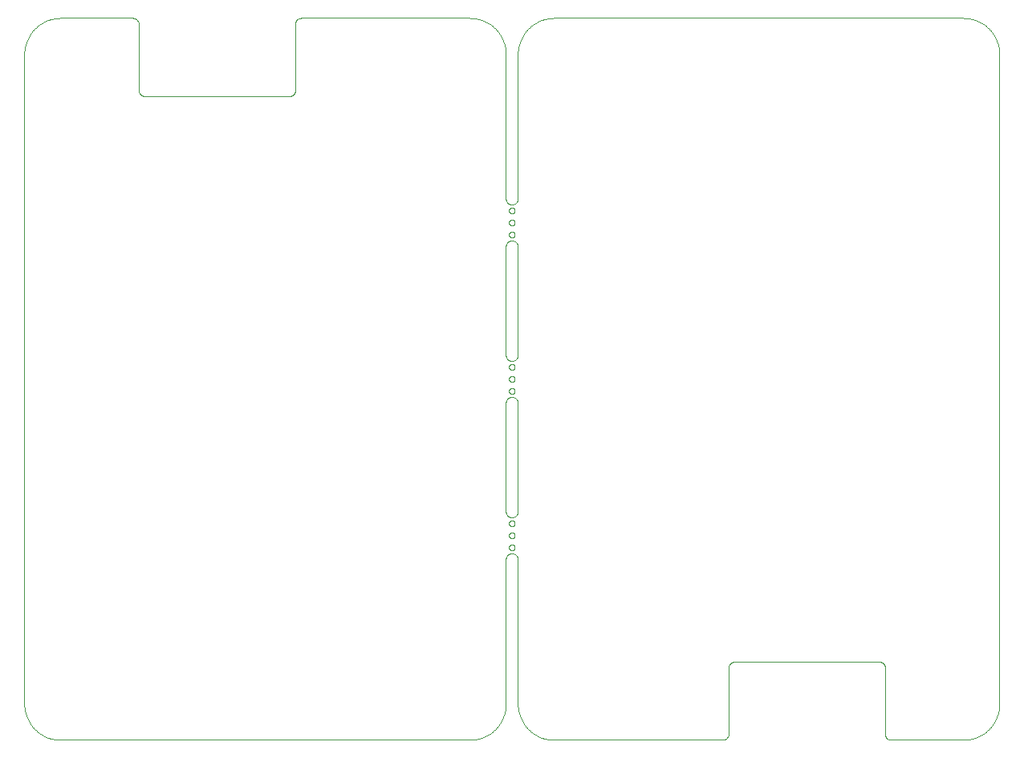
<source format=gbp>
G75*
%MOIN*%
%OFA0B0*%
%FSLAX25Y25*%
%IPPOS*%
%LPD*%
%AMOC8*
5,1,8,0,0,1.08239X$1,22.5*
%
%ADD10C,0.00000*%
D10*
X0021300Y0021600D02*
X0021300Y0291600D01*
X0021304Y0291962D01*
X0021318Y0292325D01*
X0021339Y0292687D01*
X0021370Y0293048D01*
X0021409Y0293408D01*
X0021457Y0293767D01*
X0021514Y0294125D01*
X0021579Y0294482D01*
X0021653Y0294837D01*
X0021736Y0295190D01*
X0021827Y0295541D01*
X0021926Y0295889D01*
X0022034Y0296235D01*
X0022150Y0296579D01*
X0022275Y0296919D01*
X0022407Y0297256D01*
X0022548Y0297590D01*
X0022697Y0297921D01*
X0022854Y0298248D01*
X0023018Y0298571D01*
X0023190Y0298890D01*
X0023370Y0299204D01*
X0023558Y0299515D01*
X0023753Y0299820D01*
X0023955Y0300121D01*
X0024165Y0300417D01*
X0024381Y0300707D01*
X0024605Y0300993D01*
X0024835Y0301273D01*
X0025072Y0301547D01*
X0025316Y0301815D01*
X0025566Y0302078D01*
X0025822Y0302334D01*
X0026085Y0302584D01*
X0026353Y0302828D01*
X0026627Y0303065D01*
X0026907Y0303295D01*
X0027193Y0303519D01*
X0027483Y0303735D01*
X0027779Y0303945D01*
X0028080Y0304147D01*
X0028385Y0304342D01*
X0028696Y0304530D01*
X0029010Y0304710D01*
X0029329Y0304882D01*
X0029652Y0305046D01*
X0029979Y0305203D01*
X0030310Y0305352D01*
X0030644Y0305493D01*
X0030981Y0305625D01*
X0031321Y0305750D01*
X0031665Y0305866D01*
X0032011Y0305974D01*
X0032359Y0306073D01*
X0032710Y0306164D01*
X0033063Y0306247D01*
X0033418Y0306321D01*
X0033775Y0306386D01*
X0034133Y0306443D01*
X0034492Y0306491D01*
X0034852Y0306530D01*
X0035213Y0306561D01*
X0035575Y0306582D01*
X0035938Y0306596D01*
X0036300Y0306600D01*
X0066300Y0306600D01*
X0066398Y0306598D01*
X0066496Y0306592D01*
X0066594Y0306583D01*
X0066691Y0306569D01*
X0066788Y0306552D01*
X0066884Y0306531D01*
X0066979Y0306506D01*
X0067073Y0306478D01*
X0067165Y0306445D01*
X0067257Y0306410D01*
X0067347Y0306370D01*
X0067435Y0306328D01*
X0067522Y0306281D01*
X0067606Y0306232D01*
X0067689Y0306179D01*
X0067769Y0306123D01*
X0067848Y0306063D01*
X0067924Y0306001D01*
X0067997Y0305936D01*
X0068068Y0305868D01*
X0068136Y0305797D01*
X0068201Y0305724D01*
X0068263Y0305648D01*
X0068323Y0305569D01*
X0068379Y0305489D01*
X0068432Y0305406D01*
X0068481Y0305322D01*
X0068528Y0305235D01*
X0068570Y0305147D01*
X0068610Y0305057D01*
X0068645Y0304965D01*
X0068678Y0304873D01*
X0068706Y0304779D01*
X0068731Y0304684D01*
X0068752Y0304588D01*
X0068769Y0304491D01*
X0068783Y0304394D01*
X0068792Y0304296D01*
X0068798Y0304198D01*
X0068800Y0304100D01*
X0068800Y0276600D01*
X0068802Y0276502D01*
X0068808Y0276404D01*
X0068817Y0276306D01*
X0068831Y0276209D01*
X0068848Y0276112D01*
X0068869Y0276016D01*
X0068894Y0275921D01*
X0068922Y0275827D01*
X0068955Y0275735D01*
X0068990Y0275643D01*
X0069030Y0275553D01*
X0069072Y0275465D01*
X0069119Y0275378D01*
X0069168Y0275294D01*
X0069221Y0275211D01*
X0069277Y0275131D01*
X0069337Y0275052D01*
X0069399Y0274976D01*
X0069464Y0274903D01*
X0069532Y0274832D01*
X0069603Y0274764D01*
X0069676Y0274699D01*
X0069752Y0274637D01*
X0069831Y0274577D01*
X0069911Y0274521D01*
X0069994Y0274468D01*
X0070078Y0274419D01*
X0070165Y0274372D01*
X0070253Y0274330D01*
X0070343Y0274290D01*
X0070435Y0274255D01*
X0070527Y0274222D01*
X0070621Y0274194D01*
X0070716Y0274169D01*
X0070812Y0274148D01*
X0070909Y0274131D01*
X0071006Y0274117D01*
X0071104Y0274108D01*
X0071202Y0274102D01*
X0071300Y0274100D01*
X0131300Y0274100D01*
X0131398Y0274102D01*
X0131496Y0274108D01*
X0131594Y0274117D01*
X0131691Y0274131D01*
X0131788Y0274148D01*
X0131884Y0274169D01*
X0131979Y0274194D01*
X0132073Y0274222D01*
X0132165Y0274255D01*
X0132257Y0274290D01*
X0132347Y0274330D01*
X0132435Y0274372D01*
X0132522Y0274419D01*
X0132606Y0274468D01*
X0132689Y0274521D01*
X0132769Y0274577D01*
X0132848Y0274637D01*
X0132924Y0274699D01*
X0132997Y0274764D01*
X0133068Y0274832D01*
X0133136Y0274903D01*
X0133201Y0274976D01*
X0133263Y0275052D01*
X0133323Y0275131D01*
X0133379Y0275211D01*
X0133432Y0275294D01*
X0133481Y0275378D01*
X0133528Y0275465D01*
X0133570Y0275553D01*
X0133610Y0275643D01*
X0133645Y0275735D01*
X0133678Y0275827D01*
X0133706Y0275921D01*
X0133731Y0276016D01*
X0133752Y0276112D01*
X0133769Y0276209D01*
X0133783Y0276306D01*
X0133792Y0276404D01*
X0133798Y0276502D01*
X0133800Y0276600D01*
X0133800Y0304100D01*
X0133802Y0304198D01*
X0133808Y0304296D01*
X0133817Y0304394D01*
X0133831Y0304491D01*
X0133848Y0304588D01*
X0133869Y0304684D01*
X0133894Y0304779D01*
X0133922Y0304873D01*
X0133955Y0304965D01*
X0133990Y0305057D01*
X0134030Y0305147D01*
X0134072Y0305235D01*
X0134119Y0305322D01*
X0134168Y0305406D01*
X0134221Y0305489D01*
X0134277Y0305569D01*
X0134337Y0305648D01*
X0134399Y0305724D01*
X0134464Y0305797D01*
X0134532Y0305868D01*
X0134603Y0305936D01*
X0134676Y0306001D01*
X0134752Y0306063D01*
X0134831Y0306123D01*
X0134911Y0306179D01*
X0134994Y0306232D01*
X0135078Y0306281D01*
X0135165Y0306328D01*
X0135253Y0306370D01*
X0135343Y0306410D01*
X0135435Y0306445D01*
X0135527Y0306478D01*
X0135621Y0306506D01*
X0135716Y0306531D01*
X0135812Y0306552D01*
X0135909Y0306569D01*
X0136006Y0306583D01*
X0136104Y0306592D01*
X0136202Y0306598D01*
X0136300Y0306600D01*
X0206300Y0306600D01*
X0206662Y0306596D01*
X0207025Y0306582D01*
X0207387Y0306561D01*
X0207748Y0306530D01*
X0208108Y0306491D01*
X0208467Y0306443D01*
X0208825Y0306386D01*
X0209182Y0306321D01*
X0209537Y0306247D01*
X0209890Y0306164D01*
X0210241Y0306073D01*
X0210589Y0305974D01*
X0210935Y0305866D01*
X0211279Y0305750D01*
X0211619Y0305625D01*
X0211956Y0305493D01*
X0212290Y0305352D01*
X0212621Y0305203D01*
X0212948Y0305046D01*
X0213271Y0304882D01*
X0213590Y0304710D01*
X0213904Y0304530D01*
X0214215Y0304342D01*
X0214520Y0304147D01*
X0214821Y0303945D01*
X0215117Y0303735D01*
X0215407Y0303519D01*
X0215693Y0303295D01*
X0215973Y0303065D01*
X0216247Y0302828D01*
X0216515Y0302584D01*
X0216778Y0302334D01*
X0217034Y0302078D01*
X0217284Y0301815D01*
X0217528Y0301547D01*
X0217765Y0301273D01*
X0217995Y0300993D01*
X0218219Y0300707D01*
X0218435Y0300417D01*
X0218645Y0300121D01*
X0218847Y0299820D01*
X0219042Y0299515D01*
X0219230Y0299204D01*
X0219410Y0298890D01*
X0219582Y0298571D01*
X0219746Y0298248D01*
X0219903Y0297921D01*
X0220052Y0297590D01*
X0220193Y0297256D01*
X0220325Y0296919D01*
X0220450Y0296579D01*
X0220566Y0296235D01*
X0220674Y0295889D01*
X0220773Y0295541D01*
X0220864Y0295190D01*
X0220947Y0294837D01*
X0221021Y0294482D01*
X0221086Y0294125D01*
X0221143Y0293767D01*
X0221191Y0293408D01*
X0221230Y0293048D01*
X0221261Y0292687D01*
X0221282Y0292325D01*
X0221296Y0291962D01*
X0221300Y0291600D01*
X0221300Y0231600D01*
X0221302Y0231502D01*
X0221308Y0231404D01*
X0221317Y0231306D01*
X0221331Y0231209D01*
X0221348Y0231112D01*
X0221369Y0231016D01*
X0221394Y0230921D01*
X0221422Y0230827D01*
X0221455Y0230735D01*
X0221490Y0230643D01*
X0221530Y0230553D01*
X0221572Y0230465D01*
X0221619Y0230378D01*
X0221668Y0230294D01*
X0221721Y0230211D01*
X0221777Y0230131D01*
X0221837Y0230052D01*
X0221899Y0229976D01*
X0221964Y0229903D01*
X0222032Y0229832D01*
X0222103Y0229764D01*
X0222176Y0229699D01*
X0222252Y0229637D01*
X0222331Y0229577D01*
X0222411Y0229521D01*
X0222494Y0229468D01*
X0222578Y0229419D01*
X0222665Y0229372D01*
X0222753Y0229330D01*
X0222843Y0229290D01*
X0222935Y0229255D01*
X0223027Y0229222D01*
X0223121Y0229194D01*
X0223216Y0229169D01*
X0223312Y0229148D01*
X0223409Y0229131D01*
X0223506Y0229117D01*
X0223604Y0229108D01*
X0223702Y0229102D01*
X0223800Y0229100D01*
X0223898Y0229102D01*
X0223996Y0229108D01*
X0224094Y0229117D01*
X0224191Y0229131D01*
X0224288Y0229148D01*
X0224384Y0229169D01*
X0224479Y0229194D01*
X0224573Y0229222D01*
X0224665Y0229255D01*
X0224757Y0229290D01*
X0224847Y0229330D01*
X0224935Y0229372D01*
X0225022Y0229419D01*
X0225106Y0229468D01*
X0225189Y0229521D01*
X0225269Y0229577D01*
X0225348Y0229637D01*
X0225424Y0229699D01*
X0225497Y0229764D01*
X0225568Y0229832D01*
X0225636Y0229903D01*
X0225701Y0229976D01*
X0225763Y0230052D01*
X0225823Y0230131D01*
X0225879Y0230211D01*
X0225932Y0230294D01*
X0225981Y0230378D01*
X0226028Y0230465D01*
X0226070Y0230553D01*
X0226110Y0230643D01*
X0226145Y0230735D01*
X0226178Y0230827D01*
X0226206Y0230921D01*
X0226231Y0231016D01*
X0226252Y0231112D01*
X0226269Y0231209D01*
X0226283Y0231306D01*
X0226292Y0231404D01*
X0226298Y0231502D01*
X0226300Y0231600D01*
X0226300Y0291600D01*
X0226304Y0291962D01*
X0226318Y0292325D01*
X0226339Y0292687D01*
X0226370Y0293048D01*
X0226409Y0293408D01*
X0226457Y0293767D01*
X0226514Y0294125D01*
X0226579Y0294482D01*
X0226653Y0294837D01*
X0226736Y0295190D01*
X0226827Y0295541D01*
X0226926Y0295889D01*
X0227034Y0296235D01*
X0227150Y0296579D01*
X0227275Y0296919D01*
X0227407Y0297256D01*
X0227548Y0297590D01*
X0227697Y0297921D01*
X0227854Y0298248D01*
X0228018Y0298571D01*
X0228190Y0298890D01*
X0228370Y0299204D01*
X0228558Y0299515D01*
X0228753Y0299820D01*
X0228955Y0300121D01*
X0229165Y0300417D01*
X0229381Y0300707D01*
X0229605Y0300993D01*
X0229835Y0301273D01*
X0230072Y0301547D01*
X0230316Y0301815D01*
X0230566Y0302078D01*
X0230822Y0302334D01*
X0231085Y0302584D01*
X0231353Y0302828D01*
X0231627Y0303065D01*
X0231907Y0303295D01*
X0232193Y0303519D01*
X0232483Y0303735D01*
X0232779Y0303945D01*
X0233080Y0304147D01*
X0233385Y0304342D01*
X0233696Y0304530D01*
X0234010Y0304710D01*
X0234329Y0304882D01*
X0234652Y0305046D01*
X0234979Y0305203D01*
X0235310Y0305352D01*
X0235644Y0305493D01*
X0235981Y0305625D01*
X0236321Y0305750D01*
X0236665Y0305866D01*
X0237011Y0305974D01*
X0237359Y0306073D01*
X0237710Y0306164D01*
X0238063Y0306247D01*
X0238418Y0306321D01*
X0238775Y0306386D01*
X0239133Y0306443D01*
X0239492Y0306491D01*
X0239852Y0306530D01*
X0240213Y0306561D01*
X0240575Y0306582D01*
X0240938Y0306596D01*
X0241300Y0306600D01*
X0411300Y0306600D01*
X0411662Y0306596D01*
X0412025Y0306582D01*
X0412387Y0306561D01*
X0412748Y0306530D01*
X0413108Y0306491D01*
X0413467Y0306443D01*
X0413825Y0306386D01*
X0414182Y0306321D01*
X0414537Y0306247D01*
X0414890Y0306164D01*
X0415241Y0306073D01*
X0415589Y0305974D01*
X0415935Y0305866D01*
X0416279Y0305750D01*
X0416619Y0305625D01*
X0416956Y0305493D01*
X0417290Y0305352D01*
X0417621Y0305203D01*
X0417948Y0305046D01*
X0418271Y0304882D01*
X0418590Y0304710D01*
X0418904Y0304530D01*
X0419215Y0304342D01*
X0419520Y0304147D01*
X0419821Y0303945D01*
X0420117Y0303735D01*
X0420407Y0303519D01*
X0420693Y0303295D01*
X0420973Y0303065D01*
X0421247Y0302828D01*
X0421515Y0302584D01*
X0421778Y0302334D01*
X0422034Y0302078D01*
X0422284Y0301815D01*
X0422528Y0301547D01*
X0422765Y0301273D01*
X0422995Y0300993D01*
X0423219Y0300707D01*
X0423435Y0300417D01*
X0423645Y0300121D01*
X0423847Y0299820D01*
X0424042Y0299515D01*
X0424230Y0299204D01*
X0424410Y0298890D01*
X0424582Y0298571D01*
X0424746Y0298248D01*
X0424903Y0297921D01*
X0425052Y0297590D01*
X0425193Y0297256D01*
X0425325Y0296919D01*
X0425450Y0296579D01*
X0425566Y0296235D01*
X0425674Y0295889D01*
X0425773Y0295541D01*
X0425864Y0295190D01*
X0425947Y0294837D01*
X0426021Y0294482D01*
X0426086Y0294125D01*
X0426143Y0293767D01*
X0426191Y0293408D01*
X0426230Y0293048D01*
X0426261Y0292687D01*
X0426282Y0292325D01*
X0426296Y0291962D01*
X0426300Y0291600D01*
X0426300Y0021600D01*
X0426296Y0021238D01*
X0426282Y0020875D01*
X0426261Y0020513D01*
X0426230Y0020152D01*
X0426191Y0019792D01*
X0426143Y0019433D01*
X0426086Y0019075D01*
X0426021Y0018718D01*
X0425947Y0018363D01*
X0425864Y0018010D01*
X0425773Y0017659D01*
X0425674Y0017311D01*
X0425566Y0016965D01*
X0425450Y0016621D01*
X0425325Y0016281D01*
X0425193Y0015944D01*
X0425052Y0015610D01*
X0424903Y0015279D01*
X0424746Y0014952D01*
X0424582Y0014629D01*
X0424410Y0014310D01*
X0424230Y0013996D01*
X0424042Y0013685D01*
X0423847Y0013380D01*
X0423645Y0013079D01*
X0423435Y0012783D01*
X0423219Y0012493D01*
X0422995Y0012207D01*
X0422765Y0011927D01*
X0422528Y0011653D01*
X0422284Y0011385D01*
X0422034Y0011122D01*
X0421778Y0010866D01*
X0421515Y0010616D01*
X0421247Y0010372D01*
X0420973Y0010135D01*
X0420693Y0009905D01*
X0420407Y0009681D01*
X0420117Y0009465D01*
X0419821Y0009255D01*
X0419520Y0009053D01*
X0419215Y0008858D01*
X0418904Y0008670D01*
X0418590Y0008490D01*
X0418271Y0008318D01*
X0417948Y0008154D01*
X0417621Y0007997D01*
X0417290Y0007848D01*
X0416956Y0007707D01*
X0416619Y0007575D01*
X0416279Y0007450D01*
X0415935Y0007334D01*
X0415589Y0007226D01*
X0415241Y0007127D01*
X0414890Y0007036D01*
X0414537Y0006953D01*
X0414182Y0006879D01*
X0413825Y0006814D01*
X0413467Y0006757D01*
X0413108Y0006709D01*
X0412748Y0006670D01*
X0412387Y0006639D01*
X0412025Y0006618D01*
X0411662Y0006604D01*
X0411300Y0006600D01*
X0381300Y0006600D01*
X0381202Y0006602D01*
X0381104Y0006608D01*
X0381006Y0006617D01*
X0380909Y0006631D01*
X0380812Y0006648D01*
X0380716Y0006669D01*
X0380621Y0006694D01*
X0380527Y0006722D01*
X0380435Y0006755D01*
X0380343Y0006790D01*
X0380253Y0006830D01*
X0380165Y0006872D01*
X0380078Y0006919D01*
X0379994Y0006968D01*
X0379911Y0007021D01*
X0379831Y0007077D01*
X0379752Y0007137D01*
X0379676Y0007199D01*
X0379603Y0007264D01*
X0379532Y0007332D01*
X0379464Y0007403D01*
X0379399Y0007476D01*
X0379337Y0007552D01*
X0379277Y0007631D01*
X0379221Y0007711D01*
X0379168Y0007794D01*
X0379119Y0007878D01*
X0379072Y0007965D01*
X0379030Y0008053D01*
X0378990Y0008143D01*
X0378955Y0008235D01*
X0378922Y0008327D01*
X0378894Y0008421D01*
X0378869Y0008516D01*
X0378848Y0008612D01*
X0378831Y0008709D01*
X0378817Y0008806D01*
X0378808Y0008904D01*
X0378802Y0009002D01*
X0378800Y0009100D01*
X0378800Y0036600D01*
X0378798Y0036698D01*
X0378792Y0036796D01*
X0378783Y0036894D01*
X0378769Y0036991D01*
X0378752Y0037088D01*
X0378731Y0037184D01*
X0378706Y0037279D01*
X0378678Y0037373D01*
X0378645Y0037465D01*
X0378610Y0037557D01*
X0378570Y0037647D01*
X0378528Y0037735D01*
X0378481Y0037822D01*
X0378432Y0037906D01*
X0378379Y0037989D01*
X0378323Y0038069D01*
X0378263Y0038148D01*
X0378201Y0038224D01*
X0378136Y0038297D01*
X0378068Y0038368D01*
X0377997Y0038436D01*
X0377924Y0038501D01*
X0377848Y0038563D01*
X0377769Y0038623D01*
X0377689Y0038679D01*
X0377606Y0038732D01*
X0377522Y0038781D01*
X0377435Y0038828D01*
X0377347Y0038870D01*
X0377257Y0038910D01*
X0377165Y0038945D01*
X0377073Y0038978D01*
X0376979Y0039006D01*
X0376884Y0039031D01*
X0376788Y0039052D01*
X0376691Y0039069D01*
X0376594Y0039083D01*
X0376496Y0039092D01*
X0376398Y0039098D01*
X0376300Y0039100D01*
X0316300Y0039100D01*
X0316202Y0039098D01*
X0316104Y0039092D01*
X0316006Y0039083D01*
X0315909Y0039069D01*
X0315812Y0039052D01*
X0315716Y0039031D01*
X0315621Y0039006D01*
X0315527Y0038978D01*
X0315435Y0038945D01*
X0315343Y0038910D01*
X0315253Y0038870D01*
X0315165Y0038828D01*
X0315078Y0038781D01*
X0314994Y0038732D01*
X0314911Y0038679D01*
X0314831Y0038623D01*
X0314752Y0038563D01*
X0314676Y0038501D01*
X0314603Y0038436D01*
X0314532Y0038368D01*
X0314464Y0038297D01*
X0314399Y0038224D01*
X0314337Y0038148D01*
X0314277Y0038069D01*
X0314221Y0037989D01*
X0314168Y0037906D01*
X0314119Y0037822D01*
X0314072Y0037735D01*
X0314030Y0037647D01*
X0313990Y0037557D01*
X0313955Y0037465D01*
X0313922Y0037373D01*
X0313894Y0037279D01*
X0313869Y0037184D01*
X0313848Y0037088D01*
X0313831Y0036991D01*
X0313817Y0036894D01*
X0313808Y0036796D01*
X0313802Y0036698D01*
X0313800Y0036600D01*
X0313800Y0009100D01*
X0313798Y0009002D01*
X0313792Y0008904D01*
X0313783Y0008806D01*
X0313769Y0008709D01*
X0313752Y0008612D01*
X0313731Y0008516D01*
X0313706Y0008421D01*
X0313678Y0008327D01*
X0313645Y0008235D01*
X0313610Y0008143D01*
X0313570Y0008053D01*
X0313528Y0007965D01*
X0313481Y0007878D01*
X0313432Y0007794D01*
X0313379Y0007711D01*
X0313323Y0007631D01*
X0313263Y0007552D01*
X0313201Y0007476D01*
X0313136Y0007403D01*
X0313068Y0007332D01*
X0312997Y0007264D01*
X0312924Y0007199D01*
X0312848Y0007137D01*
X0312769Y0007077D01*
X0312689Y0007021D01*
X0312606Y0006968D01*
X0312522Y0006919D01*
X0312435Y0006872D01*
X0312347Y0006830D01*
X0312257Y0006790D01*
X0312165Y0006755D01*
X0312073Y0006722D01*
X0311979Y0006694D01*
X0311884Y0006669D01*
X0311788Y0006648D01*
X0311691Y0006631D01*
X0311594Y0006617D01*
X0311496Y0006608D01*
X0311398Y0006602D01*
X0311300Y0006600D01*
X0241300Y0006600D01*
X0240938Y0006604D01*
X0240575Y0006618D01*
X0240213Y0006639D01*
X0239852Y0006670D01*
X0239492Y0006709D01*
X0239133Y0006757D01*
X0238775Y0006814D01*
X0238418Y0006879D01*
X0238063Y0006953D01*
X0237710Y0007036D01*
X0237359Y0007127D01*
X0237011Y0007226D01*
X0236665Y0007334D01*
X0236321Y0007450D01*
X0235981Y0007575D01*
X0235644Y0007707D01*
X0235310Y0007848D01*
X0234979Y0007997D01*
X0234652Y0008154D01*
X0234329Y0008318D01*
X0234010Y0008490D01*
X0233696Y0008670D01*
X0233385Y0008858D01*
X0233080Y0009053D01*
X0232779Y0009255D01*
X0232483Y0009465D01*
X0232193Y0009681D01*
X0231907Y0009905D01*
X0231627Y0010135D01*
X0231353Y0010372D01*
X0231085Y0010616D01*
X0230822Y0010866D01*
X0230566Y0011122D01*
X0230316Y0011385D01*
X0230072Y0011653D01*
X0229835Y0011927D01*
X0229605Y0012207D01*
X0229381Y0012493D01*
X0229165Y0012783D01*
X0228955Y0013079D01*
X0228753Y0013380D01*
X0228558Y0013685D01*
X0228370Y0013996D01*
X0228190Y0014310D01*
X0228018Y0014629D01*
X0227854Y0014952D01*
X0227697Y0015279D01*
X0227548Y0015610D01*
X0227407Y0015944D01*
X0227275Y0016281D01*
X0227150Y0016621D01*
X0227034Y0016965D01*
X0226926Y0017311D01*
X0226827Y0017659D01*
X0226736Y0018010D01*
X0226653Y0018363D01*
X0226579Y0018718D01*
X0226514Y0019075D01*
X0226457Y0019433D01*
X0226409Y0019792D01*
X0226370Y0020152D01*
X0226339Y0020513D01*
X0226318Y0020875D01*
X0226304Y0021238D01*
X0226300Y0021600D01*
X0226300Y0081600D01*
X0226298Y0081698D01*
X0226292Y0081796D01*
X0226283Y0081894D01*
X0226269Y0081991D01*
X0226252Y0082088D01*
X0226231Y0082184D01*
X0226206Y0082279D01*
X0226178Y0082373D01*
X0226145Y0082465D01*
X0226110Y0082557D01*
X0226070Y0082647D01*
X0226028Y0082735D01*
X0225981Y0082822D01*
X0225932Y0082906D01*
X0225879Y0082989D01*
X0225823Y0083069D01*
X0225763Y0083148D01*
X0225701Y0083224D01*
X0225636Y0083297D01*
X0225568Y0083368D01*
X0225497Y0083436D01*
X0225424Y0083501D01*
X0225348Y0083563D01*
X0225269Y0083623D01*
X0225189Y0083679D01*
X0225106Y0083732D01*
X0225022Y0083781D01*
X0224935Y0083828D01*
X0224847Y0083870D01*
X0224757Y0083910D01*
X0224665Y0083945D01*
X0224573Y0083978D01*
X0224479Y0084006D01*
X0224384Y0084031D01*
X0224288Y0084052D01*
X0224191Y0084069D01*
X0224094Y0084083D01*
X0223996Y0084092D01*
X0223898Y0084098D01*
X0223800Y0084100D01*
X0223702Y0084098D01*
X0223604Y0084092D01*
X0223506Y0084083D01*
X0223409Y0084069D01*
X0223312Y0084052D01*
X0223216Y0084031D01*
X0223121Y0084006D01*
X0223027Y0083978D01*
X0222935Y0083945D01*
X0222843Y0083910D01*
X0222753Y0083870D01*
X0222665Y0083828D01*
X0222578Y0083781D01*
X0222494Y0083732D01*
X0222411Y0083679D01*
X0222331Y0083623D01*
X0222252Y0083563D01*
X0222176Y0083501D01*
X0222103Y0083436D01*
X0222032Y0083368D01*
X0221964Y0083297D01*
X0221899Y0083224D01*
X0221837Y0083148D01*
X0221777Y0083069D01*
X0221721Y0082989D01*
X0221668Y0082906D01*
X0221619Y0082822D01*
X0221572Y0082735D01*
X0221530Y0082647D01*
X0221490Y0082557D01*
X0221455Y0082465D01*
X0221422Y0082373D01*
X0221394Y0082279D01*
X0221369Y0082184D01*
X0221348Y0082088D01*
X0221331Y0081991D01*
X0221317Y0081894D01*
X0221308Y0081796D01*
X0221302Y0081698D01*
X0221300Y0081600D01*
X0221300Y0021600D01*
X0221296Y0021238D01*
X0221282Y0020875D01*
X0221261Y0020513D01*
X0221230Y0020152D01*
X0221191Y0019792D01*
X0221143Y0019433D01*
X0221086Y0019075D01*
X0221021Y0018718D01*
X0220947Y0018363D01*
X0220864Y0018010D01*
X0220773Y0017659D01*
X0220674Y0017311D01*
X0220566Y0016965D01*
X0220450Y0016621D01*
X0220325Y0016281D01*
X0220193Y0015944D01*
X0220052Y0015610D01*
X0219903Y0015279D01*
X0219746Y0014952D01*
X0219582Y0014629D01*
X0219410Y0014310D01*
X0219230Y0013996D01*
X0219042Y0013685D01*
X0218847Y0013380D01*
X0218645Y0013079D01*
X0218435Y0012783D01*
X0218219Y0012493D01*
X0217995Y0012207D01*
X0217765Y0011927D01*
X0217528Y0011653D01*
X0217284Y0011385D01*
X0217034Y0011122D01*
X0216778Y0010866D01*
X0216515Y0010616D01*
X0216247Y0010372D01*
X0215973Y0010135D01*
X0215693Y0009905D01*
X0215407Y0009681D01*
X0215117Y0009465D01*
X0214821Y0009255D01*
X0214520Y0009053D01*
X0214215Y0008858D01*
X0213904Y0008670D01*
X0213590Y0008490D01*
X0213271Y0008318D01*
X0212948Y0008154D01*
X0212621Y0007997D01*
X0212290Y0007848D01*
X0211956Y0007707D01*
X0211619Y0007575D01*
X0211279Y0007450D01*
X0210935Y0007334D01*
X0210589Y0007226D01*
X0210241Y0007127D01*
X0209890Y0007036D01*
X0209537Y0006953D01*
X0209182Y0006879D01*
X0208825Y0006814D01*
X0208467Y0006757D01*
X0208108Y0006709D01*
X0207748Y0006670D01*
X0207387Y0006639D01*
X0207025Y0006618D01*
X0206662Y0006604D01*
X0206300Y0006600D01*
X0036300Y0006600D01*
X0035938Y0006604D01*
X0035575Y0006618D01*
X0035213Y0006639D01*
X0034852Y0006670D01*
X0034492Y0006709D01*
X0034133Y0006757D01*
X0033775Y0006814D01*
X0033418Y0006879D01*
X0033063Y0006953D01*
X0032710Y0007036D01*
X0032359Y0007127D01*
X0032011Y0007226D01*
X0031665Y0007334D01*
X0031321Y0007450D01*
X0030981Y0007575D01*
X0030644Y0007707D01*
X0030310Y0007848D01*
X0029979Y0007997D01*
X0029652Y0008154D01*
X0029329Y0008318D01*
X0029010Y0008490D01*
X0028696Y0008670D01*
X0028385Y0008858D01*
X0028080Y0009053D01*
X0027779Y0009255D01*
X0027483Y0009465D01*
X0027193Y0009681D01*
X0026907Y0009905D01*
X0026627Y0010135D01*
X0026353Y0010372D01*
X0026085Y0010616D01*
X0025822Y0010866D01*
X0025566Y0011122D01*
X0025316Y0011385D01*
X0025072Y0011653D01*
X0024835Y0011927D01*
X0024605Y0012207D01*
X0024381Y0012493D01*
X0024165Y0012783D01*
X0023955Y0013079D01*
X0023753Y0013380D01*
X0023558Y0013685D01*
X0023370Y0013996D01*
X0023190Y0014310D01*
X0023018Y0014629D01*
X0022854Y0014952D01*
X0022697Y0015279D01*
X0022548Y0015610D01*
X0022407Y0015944D01*
X0022275Y0016281D01*
X0022150Y0016621D01*
X0022034Y0016965D01*
X0021926Y0017311D01*
X0021827Y0017659D01*
X0021736Y0018010D01*
X0021653Y0018363D01*
X0021579Y0018718D01*
X0021514Y0019075D01*
X0021457Y0019433D01*
X0021409Y0019792D01*
X0021370Y0020152D01*
X0021339Y0020513D01*
X0021318Y0020875D01*
X0021304Y0021238D01*
X0021300Y0021600D01*
X0221300Y0101600D02*
X0221300Y0146600D01*
X0221302Y0146698D01*
X0221308Y0146796D01*
X0221317Y0146894D01*
X0221331Y0146991D01*
X0221348Y0147088D01*
X0221369Y0147184D01*
X0221394Y0147279D01*
X0221422Y0147373D01*
X0221455Y0147465D01*
X0221490Y0147557D01*
X0221530Y0147647D01*
X0221572Y0147735D01*
X0221619Y0147822D01*
X0221668Y0147906D01*
X0221721Y0147989D01*
X0221777Y0148069D01*
X0221837Y0148148D01*
X0221899Y0148224D01*
X0221964Y0148297D01*
X0222032Y0148368D01*
X0222103Y0148436D01*
X0222176Y0148501D01*
X0222252Y0148563D01*
X0222331Y0148623D01*
X0222411Y0148679D01*
X0222494Y0148732D01*
X0222578Y0148781D01*
X0222665Y0148828D01*
X0222753Y0148870D01*
X0222843Y0148910D01*
X0222935Y0148945D01*
X0223027Y0148978D01*
X0223121Y0149006D01*
X0223216Y0149031D01*
X0223312Y0149052D01*
X0223409Y0149069D01*
X0223506Y0149083D01*
X0223604Y0149092D01*
X0223702Y0149098D01*
X0223800Y0149100D01*
X0223898Y0149098D01*
X0223996Y0149092D01*
X0224094Y0149083D01*
X0224191Y0149069D01*
X0224288Y0149052D01*
X0224384Y0149031D01*
X0224479Y0149006D01*
X0224573Y0148978D01*
X0224665Y0148945D01*
X0224757Y0148910D01*
X0224847Y0148870D01*
X0224935Y0148828D01*
X0225022Y0148781D01*
X0225106Y0148732D01*
X0225189Y0148679D01*
X0225269Y0148623D01*
X0225348Y0148563D01*
X0225424Y0148501D01*
X0225497Y0148436D01*
X0225568Y0148368D01*
X0225636Y0148297D01*
X0225701Y0148224D01*
X0225763Y0148148D01*
X0225823Y0148069D01*
X0225879Y0147989D01*
X0225932Y0147906D01*
X0225981Y0147822D01*
X0226028Y0147735D01*
X0226070Y0147647D01*
X0226110Y0147557D01*
X0226145Y0147465D01*
X0226178Y0147373D01*
X0226206Y0147279D01*
X0226231Y0147184D01*
X0226252Y0147088D01*
X0226269Y0146991D01*
X0226283Y0146894D01*
X0226292Y0146796D01*
X0226298Y0146698D01*
X0226300Y0146600D01*
X0226300Y0101600D01*
X0226298Y0101502D01*
X0226292Y0101404D01*
X0226283Y0101306D01*
X0226269Y0101209D01*
X0226252Y0101112D01*
X0226231Y0101016D01*
X0226206Y0100921D01*
X0226178Y0100827D01*
X0226145Y0100735D01*
X0226110Y0100643D01*
X0226070Y0100553D01*
X0226028Y0100465D01*
X0225981Y0100378D01*
X0225932Y0100294D01*
X0225879Y0100211D01*
X0225823Y0100131D01*
X0225763Y0100052D01*
X0225701Y0099976D01*
X0225636Y0099903D01*
X0225568Y0099832D01*
X0225497Y0099764D01*
X0225424Y0099699D01*
X0225348Y0099637D01*
X0225269Y0099577D01*
X0225189Y0099521D01*
X0225106Y0099468D01*
X0225022Y0099419D01*
X0224935Y0099372D01*
X0224847Y0099330D01*
X0224757Y0099290D01*
X0224665Y0099255D01*
X0224573Y0099222D01*
X0224479Y0099194D01*
X0224384Y0099169D01*
X0224288Y0099148D01*
X0224191Y0099131D01*
X0224094Y0099117D01*
X0223996Y0099108D01*
X0223898Y0099102D01*
X0223800Y0099100D01*
X0223702Y0099102D01*
X0223604Y0099108D01*
X0223506Y0099117D01*
X0223409Y0099131D01*
X0223312Y0099148D01*
X0223216Y0099169D01*
X0223121Y0099194D01*
X0223027Y0099222D01*
X0222935Y0099255D01*
X0222843Y0099290D01*
X0222753Y0099330D01*
X0222665Y0099372D01*
X0222578Y0099419D01*
X0222494Y0099468D01*
X0222411Y0099521D01*
X0222331Y0099577D01*
X0222252Y0099637D01*
X0222176Y0099699D01*
X0222103Y0099764D01*
X0222032Y0099832D01*
X0221964Y0099903D01*
X0221899Y0099976D01*
X0221837Y0100052D01*
X0221777Y0100131D01*
X0221721Y0100211D01*
X0221668Y0100294D01*
X0221619Y0100378D01*
X0221572Y0100465D01*
X0221530Y0100553D01*
X0221490Y0100643D01*
X0221455Y0100735D01*
X0221422Y0100827D01*
X0221394Y0100921D01*
X0221369Y0101016D01*
X0221348Y0101112D01*
X0221331Y0101209D01*
X0221317Y0101306D01*
X0221308Y0101404D01*
X0221302Y0101502D01*
X0221300Y0101600D01*
X0222619Y0096600D02*
X0222621Y0096669D01*
X0222627Y0096737D01*
X0222637Y0096805D01*
X0222651Y0096872D01*
X0222669Y0096939D01*
X0222690Y0097004D01*
X0222716Y0097068D01*
X0222745Y0097130D01*
X0222777Y0097190D01*
X0222813Y0097249D01*
X0222853Y0097305D01*
X0222895Y0097359D01*
X0222941Y0097410D01*
X0222990Y0097459D01*
X0223041Y0097505D01*
X0223095Y0097547D01*
X0223151Y0097587D01*
X0223209Y0097623D01*
X0223270Y0097655D01*
X0223332Y0097684D01*
X0223396Y0097710D01*
X0223461Y0097731D01*
X0223528Y0097749D01*
X0223595Y0097763D01*
X0223663Y0097773D01*
X0223731Y0097779D01*
X0223800Y0097781D01*
X0223869Y0097779D01*
X0223937Y0097773D01*
X0224005Y0097763D01*
X0224072Y0097749D01*
X0224139Y0097731D01*
X0224204Y0097710D01*
X0224268Y0097684D01*
X0224330Y0097655D01*
X0224390Y0097623D01*
X0224449Y0097587D01*
X0224505Y0097547D01*
X0224559Y0097505D01*
X0224610Y0097459D01*
X0224659Y0097410D01*
X0224705Y0097359D01*
X0224747Y0097305D01*
X0224787Y0097249D01*
X0224823Y0097190D01*
X0224855Y0097130D01*
X0224884Y0097068D01*
X0224910Y0097004D01*
X0224931Y0096939D01*
X0224949Y0096872D01*
X0224963Y0096805D01*
X0224973Y0096737D01*
X0224979Y0096669D01*
X0224981Y0096600D01*
X0224979Y0096531D01*
X0224973Y0096463D01*
X0224963Y0096395D01*
X0224949Y0096328D01*
X0224931Y0096261D01*
X0224910Y0096196D01*
X0224884Y0096132D01*
X0224855Y0096070D01*
X0224823Y0096009D01*
X0224787Y0095951D01*
X0224747Y0095895D01*
X0224705Y0095841D01*
X0224659Y0095790D01*
X0224610Y0095741D01*
X0224559Y0095695D01*
X0224505Y0095653D01*
X0224449Y0095613D01*
X0224391Y0095577D01*
X0224330Y0095545D01*
X0224268Y0095516D01*
X0224204Y0095490D01*
X0224139Y0095469D01*
X0224072Y0095451D01*
X0224005Y0095437D01*
X0223937Y0095427D01*
X0223869Y0095421D01*
X0223800Y0095419D01*
X0223731Y0095421D01*
X0223663Y0095427D01*
X0223595Y0095437D01*
X0223528Y0095451D01*
X0223461Y0095469D01*
X0223396Y0095490D01*
X0223332Y0095516D01*
X0223270Y0095545D01*
X0223209Y0095577D01*
X0223151Y0095613D01*
X0223095Y0095653D01*
X0223041Y0095695D01*
X0222990Y0095741D01*
X0222941Y0095790D01*
X0222895Y0095841D01*
X0222853Y0095895D01*
X0222813Y0095951D01*
X0222777Y0096009D01*
X0222745Y0096070D01*
X0222716Y0096132D01*
X0222690Y0096196D01*
X0222669Y0096261D01*
X0222651Y0096328D01*
X0222637Y0096395D01*
X0222627Y0096463D01*
X0222621Y0096531D01*
X0222619Y0096600D01*
X0222619Y0091600D02*
X0222621Y0091669D01*
X0222627Y0091737D01*
X0222637Y0091805D01*
X0222651Y0091872D01*
X0222669Y0091939D01*
X0222690Y0092004D01*
X0222716Y0092068D01*
X0222745Y0092130D01*
X0222777Y0092190D01*
X0222813Y0092249D01*
X0222853Y0092305D01*
X0222895Y0092359D01*
X0222941Y0092410D01*
X0222990Y0092459D01*
X0223041Y0092505D01*
X0223095Y0092547D01*
X0223151Y0092587D01*
X0223209Y0092623D01*
X0223270Y0092655D01*
X0223332Y0092684D01*
X0223396Y0092710D01*
X0223461Y0092731D01*
X0223528Y0092749D01*
X0223595Y0092763D01*
X0223663Y0092773D01*
X0223731Y0092779D01*
X0223800Y0092781D01*
X0223869Y0092779D01*
X0223937Y0092773D01*
X0224005Y0092763D01*
X0224072Y0092749D01*
X0224139Y0092731D01*
X0224204Y0092710D01*
X0224268Y0092684D01*
X0224330Y0092655D01*
X0224390Y0092623D01*
X0224449Y0092587D01*
X0224505Y0092547D01*
X0224559Y0092505D01*
X0224610Y0092459D01*
X0224659Y0092410D01*
X0224705Y0092359D01*
X0224747Y0092305D01*
X0224787Y0092249D01*
X0224823Y0092190D01*
X0224855Y0092130D01*
X0224884Y0092068D01*
X0224910Y0092004D01*
X0224931Y0091939D01*
X0224949Y0091872D01*
X0224963Y0091805D01*
X0224973Y0091737D01*
X0224979Y0091669D01*
X0224981Y0091600D01*
X0224979Y0091531D01*
X0224973Y0091463D01*
X0224963Y0091395D01*
X0224949Y0091328D01*
X0224931Y0091261D01*
X0224910Y0091196D01*
X0224884Y0091132D01*
X0224855Y0091070D01*
X0224823Y0091009D01*
X0224787Y0090951D01*
X0224747Y0090895D01*
X0224705Y0090841D01*
X0224659Y0090790D01*
X0224610Y0090741D01*
X0224559Y0090695D01*
X0224505Y0090653D01*
X0224449Y0090613D01*
X0224391Y0090577D01*
X0224330Y0090545D01*
X0224268Y0090516D01*
X0224204Y0090490D01*
X0224139Y0090469D01*
X0224072Y0090451D01*
X0224005Y0090437D01*
X0223937Y0090427D01*
X0223869Y0090421D01*
X0223800Y0090419D01*
X0223731Y0090421D01*
X0223663Y0090427D01*
X0223595Y0090437D01*
X0223528Y0090451D01*
X0223461Y0090469D01*
X0223396Y0090490D01*
X0223332Y0090516D01*
X0223270Y0090545D01*
X0223209Y0090577D01*
X0223151Y0090613D01*
X0223095Y0090653D01*
X0223041Y0090695D01*
X0222990Y0090741D01*
X0222941Y0090790D01*
X0222895Y0090841D01*
X0222853Y0090895D01*
X0222813Y0090951D01*
X0222777Y0091009D01*
X0222745Y0091070D01*
X0222716Y0091132D01*
X0222690Y0091196D01*
X0222669Y0091261D01*
X0222651Y0091328D01*
X0222637Y0091395D01*
X0222627Y0091463D01*
X0222621Y0091531D01*
X0222619Y0091600D01*
X0222619Y0086600D02*
X0222621Y0086669D01*
X0222627Y0086737D01*
X0222637Y0086805D01*
X0222651Y0086872D01*
X0222669Y0086939D01*
X0222690Y0087004D01*
X0222716Y0087068D01*
X0222745Y0087130D01*
X0222777Y0087190D01*
X0222813Y0087249D01*
X0222853Y0087305D01*
X0222895Y0087359D01*
X0222941Y0087410D01*
X0222990Y0087459D01*
X0223041Y0087505D01*
X0223095Y0087547D01*
X0223151Y0087587D01*
X0223209Y0087623D01*
X0223270Y0087655D01*
X0223332Y0087684D01*
X0223396Y0087710D01*
X0223461Y0087731D01*
X0223528Y0087749D01*
X0223595Y0087763D01*
X0223663Y0087773D01*
X0223731Y0087779D01*
X0223800Y0087781D01*
X0223869Y0087779D01*
X0223937Y0087773D01*
X0224005Y0087763D01*
X0224072Y0087749D01*
X0224139Y0087731D01*
X0224204Y0087710D01*
X0224268Y0087684D01*
X0224330Y0087655D01*
X0224390Y0087623D01*
X0224449Y0087587D01*
X0224505Y0087547D01*
X0224559Y0087505D01*
X0224610Y0087459D01*
X0224659Y0087410D01*
X0224705Y0087359D01*
X0224747Y0087305D01*
X0224787Y0087249D01*
X0224823Y0087190D01*
X0224855Y0087130D01*
X0224884Y0087068D01*
X0224910Y0087004D01*
X0224931Y0086939D01*
X0224949Y0086872D01*
X0224963Y0086805D01*
X0224973Y0086737D01*
X0224979Y0086669D01*
X0224981Y0086600D01*
X0224979Y0086531D01*
X0224973Y0086463D01*
X0224963Y0086395D01*
X0224949Y0086328D01*
X0224931Y0086261D01*
X0224910Y0086196D01*
X0224884Y0086132D01*
X0224855Y0086070D01*
X0224823Y0086009D01*
X0224787Y0085951D01*
X0224747Y0085895D01*
X0224705Y0085841D01*
X0224659Y0085790D01*
X0224610Y0085741D01*
X0224559Y0085695D01*
X0224505Y0085653D01*
X0224449Y0085613D01*
X0224391Y0085577D01*
X0224330Y0085545D01*
X0224268Y0085516D01*
X0224204Y0085490D01*
X0224139Y0085469D01*
X0224072Y0085451D01*
X0224005Y0085437D01*
X0223937Y0085427D01*
X0223869Y0085421D01*
X0223800Y0085419D01*
X0223731Y0085421D01*
X0223663Y0085427D01*
X0223595Y0085437D01*
X0223528Y0085451D01*
X0223461Y0085469D01*
X0223396Y0085490D01*
X0223332Y0085516D01*
X0223270Y0085545D01*
X0223209Y0085577D01*
X0223151Y0085613D01*
X0223095Y0085653D01*
X0223041Y0085695D01*
X0222990Y0085741D01*
X0222941Y0085790D01*
X0222895Y0085841D01*
X0222853Y0085895D01*
X0222813Y0085951D01*
X0222777Y0086009D01*
X0222745Y0086070D01*
X0222716Y0086132D01*
X0222690Y0086196D01*
X0222669Y0086261D01*
X0222651Y0086328D01*
X0222637Y0086395D01*
X0222627Y0086463D01*
X0222621Y0086531D01*
X0222619Y0086600D01*
X0222619Y0151600D02*
X0222621Y0151669D01*
X0222627Y0151737D01*
X0222637Y0151805D01*
X0222651Y0151872D01*
X0222669Y0151939D01*
X0222690Y0152004D01*
X0222716Y0152068D01*
X0222745Y0152130D01*
X0222777Y0152190D01*
X0222813Y0152249D01*
X0222853Y0152305D01*
X0222895Y0152359D01*
X0222941Y0152410D01*
X0222990Y0152459D01*
X0223041Y0152505D01*
X0223095Y0152547D01*
X0223151Y0152587D01*
X0223209Y0152623D01*
X0223270Y0152655D01*
X0223332Y0152684D01*
X0223396Y0152710D01*
X0223461Y0152731D01*
X0223528Y0152749D01*
X0223595Y0152763D01*
X0223663Y0152773D01*
X0223731Y0152779D01*
X0223800Y0152781D01*
X0223869Y0152779D01*
X0223937Y0152773D01*
X0224005Y0152763D01*
X0224072Y0152749D01*
X0224139Y0152731D01*
X0224204Y0152710D01*
X0224268Y0152684D01*
X0224330Y0152655D01*
X0224390Y0152623D01*
X0224449Y0152587D01*
X0224505Y0152547D01*
X0224559Y0152505D01*
X0224610Y0152459D01*
X0224659Y0152410D01*
X0224705Y0152359D01*
X0224747Y0152305D01*
X0224787Y0152249D01*
X0224823Y0152190D01*
X0224855Y0152130D01*
X0224884Y0152068D01*
X0224910Y0152004D01*
X0224931Y0151939D01*
X0224949Y0151872D01*
X0224963Y0151805D01*
X0224973Y0151737D01*
X0224979Y0151669D01*
X0224981Y0151600D01*
X0224979Y0151531D01*
X0224973Y0151463D01*
X0224963Y0151395D01*
X0224949Y0151328D01*
X0224931Y0151261D01*
X0224910Y0151196D01*
X0224884Y0151132D01*
X0224855Y0151070D01*
X0224823Y0151009D01*
X0224787Y0150951D01*
X0224747Y0150895D01*
X0224705Y0150841D01*
X0224659Y0150790D01*
X0224610Y0150741D01*
X0224559Y0150695D01*
X0224505Y0150653D01*
X0224449Y0150613D01*
X0224391Y0150577D01*
X0224330Y0150545D01*
X0224268Y0150516D01*
X0224204Y0150490D01*
X0224139Y0150469D01*
X0224072Y0150451D01*
X0224005Y0150437D01*
X0223937Y0150427D01*
X0223869Y0150421D01*
X0223800Y0150419D01*
X0223731Y0150421D01*
X0223663Y0150427D01*
X0223595Y0150437D01*
X0223528Y0150451D01*
X0223461Y0150469D01*
X0223396Y0150490D01*
X0223332Y0150516D01*
X0223270Y0150545D01*
X0223209Y0150577D01*
X0223151Y0150613D01*
X0223095Y0150653D01*
X0223041Y0150695D01*
X0222990Y0150741D01*
X0222941Y0150790D01*
X0222895Y0150841D01*
X0222853Y0150895D01*
X0222813Y0150951D01*
X0222777Y0151009D01*
X0222745Y0151070D01*
X0222716Y0151132D01*
X0222690Y0151196D01*
X0222669Y0151261D01*
X0222651Y0151328D01*
X0222637Y0151395D01*
X0222627Y0151463D01*
X0222621Y0151531D01*
X0222619Y0151600D01*
X0222619Y0156600D02*
X0222621Y0156669D01*
X0222627Y0156737D01*
X0222637Y0156805D01*
X0222651Y0156872D01*
X0222669Y0156939D01*
X0222690Y0157004D01*
X0222716Y0157068D01*
X0222745Y0157130D01*
X0222777Y0157190D01*
X0222813Y0157249D01*
X0222853Y0157305D01*
X0222895Y0157359D01*
X0222941Y0157410D01*
X0222990Y0157459D01*
X0223041Y0157505D01*
X0223095Y0157547D01*
X0223151Y0157587D01*
X0223209Y0157623D01*
X0223270Y0157655D01*
X0223332Y0157684D01*
X0223396Y0157710D01*
X0223461Y0157731D01*
X0223528Y0157749D01*
X0223595Y0157763D01*
X0223663Y0157773D01*
X0223731Y0157779D01*
X0223800Y0157781D01*
X0223869Y0157779D01*
X0223937Y0157773D01*
X0224005Y0157763D01*
X0224072Y0157749D01*
X0224139Y0157731D01*
X0224204Y0157710D01*
X0224268Y0157684D01*
X0224330Y0157655D01*
X0224390Y0157623D01*
X0224449Y0157587D01*
X0224505Y0157547D01*
X0224559Y0157505D01*
X0224610Y0157459D01*
X0224659Y0157410D01*
X0224705Y0157359D01*
X0224747Y0157305D01*
X0224787Y0157249D01*
X0224823Y0157190D01*
X0224855Y0157130D01*
X0224884Y0157068D01*
X0224910Y0157004D01*
X0224931Y0156939D01*
X0224949Y0156872D01*
X0224963Y0156805D01*
X0224973Y0156737D01*
X0224979Y0156669D01*
X0224981Y0156600D01*
X0224979Y0156531D01*
X0224973Y0156463D01*
X0224963Y0156395D01*
X0224949Y0156328D01*
X0224931Y0156261D01*
X0224910Y0156196D01*
X0224884Y0156132D01*
X0224855Y0156070D01*
X0224823Y0156009D01*
X0224787Y0155951D01*
X0224747Y0155895D01*
X0224705Y0155841D01*
X0224659Y0155790D01*
X0224610Y0155741D01*
X0224559Y0155695D01*
X0224505Y0155653D01*
X0224449Y0155613D01*
X0224391Y0155577D01*
X0224330Y0155545D01*
X0224268Y0155516D01*
X0224204Y0155490D01*
X0224139Y0155469D01*
X0224072Y0155451D01*
X0224005Y0155437D01*
X0223937Y0155427D01*
X0223869Y0155421D01*
X0223800Y0155419D01*
X0223731Y0155421D01*
X0223663Y0155427D01*
X0223595Y0155437D01*
X0223528Y0155451D01*
X0223461Y0155469D01*
X0223396Y0155490D01*
X0223332Y0155516D01*
X0223270Y0155545D01*
X0223209Y0155577D01*
X0223151Y0155613D01*
X0223095Y0155653D01*
X0223041Y0155695D01*
X0222990Y0155741D01*
X0222941Y0155790D01*
X0222895Y0155841D01*
X0222853Y0155895D01*
X0222813Y0155951D01*
X0222777Y0156009D01*
X0222745Y0156070D01*
X0222716Y0156132D01*
X0222690Y0156196D01*
X0222669Y0156261D01*
X0222651Y0156328D01*
X0222637Y0156395D01*
X0222627Y0156463D01*
X0222621Y0156531D01*
X0222619Y0156600D01*
X0222619Y0161600D02*
X0222621Y0161669D01*
X0222627Y0161737D01*
X0222637Y0161805D01*
X0222651Y0161872D01*
X0222669Y0161939D01*
X0222690Y0162004D01*
X0222716Y0162068D01*
X0222745Y0162130D01*
X0222777Y0162190D01*
X0222813Y0162249D01*
X0222853Y0162305D01*
X0222895Y0162359D01*
X0222941Y0162410D01*
X0222990Y0162459D01*
X0223041Y0162505D01*
X0223095Y0162547D01*
X0223151Y0162587D01*
X0223209Y0162623D01*
X0223270Y0162655D01*
X0223332Y0162684D01*
X0223396Y0162710D01*
X0223461Y0162731D01*
X0223528Y0162749D01*
X0223595Y0162763D01*
X0223663Y0162773D01*
X0223731Y0162779D01*
X0223800Y0162781D01*
X0223869Y0162779D01*
X0223937Y0162773D01*
X0224005Y0162763D01*
X0224072Y0162749D01*
X0224139Y0162731D01*
X0224204Y0162710D01*
X0224268Y0162684D01*
X0224330Y0162655D01*
X0224390Y0162623D01*
X0224449Y0162587D01*
X0224505Y0162547D01*
X0224559Y0162505D01*
X0224610Y0162459D01*
X0224659Y0162410D01*
X0224705Y0162359D01*
X0224747Y0162305D01*
X0224787Y0162249D01*
X0224823Y0162190D01*
X0224855Y0162130D01*
X0224884Y0162068D01*
X0224910Y0162004D01*
X0224931Y0161939D01*
X0224949Y0161872D01*
X0224963Y0161805D01*
X0224973Y0161737D01*
X0224979Y0161669D01*
X0224981Y0161600D01*
X0224979Y0161531D01*
X0224973Y0161463D01*
X0224963Y0161395D01*
X0224949Y0161328D01*
X0224931Y0161261D01*
X0224910Y0161196D01*
X0224884Y0161132D01*
X0224855Y0161070D01*
X0224823Y0161009D01*
X0224787Y0160951D01*
X0224747Y0160895D01*
X0224705Y0160841D01*
X0224659Y0160790D01*
X0224610Y0160741D01*
X0224559Y0160695D01*
X0224505Y0160653D01*
X0224449Y0160613D01*
X0224391Y0160577D01*
X0224330Y0160545D01*
X0224268Y0160516D01*
X0224204Y0160490D01*
X0224139Y0160469D01*
X0224072Y0160451D01*
X0224005Y0160437D01*
X0223937Y0160427D01*
X0223869Y0160421D01*
X0223800Y0160419D01*
X0223731Y0160421D01*
X0223663Y0160427D01*
X0223595Y0160437D01*
X0223528Y0160451D01*
X0223461Y0160469D01*
X0223396Y0160490D01*
X0223332Y0160516D01*
X0223270Y0160545D01*
X0223209Y0160577D01*
X0223151Y0160613D01*
X0223095Y0160653D01*
X0223041Y0160695D01*
X0222990Y0160741D01*
X0222941Y0160790D01*
X0222895Y0160841D01*
X0222853Y0160895D01*
X0222813Y0160951D01*
X0222777Y0161009D01*
X0222745Y0161070D01*
X0222716Y0161132D01*
X0222690Y0161196D01*
X0222669Y0161261D01*
X0222651Y0161328D01*
X0222637Y0161395D01*
X0222627Y0161463D01*
X0222621Y0161531D01*
X0222619Y0161600D01*
X0221300Y0166600D02*
X0221302Y0166502D01*
X0221308Y0166404D01*
X0221317Y0166306D01*
X0221331Y0166209D01*
X0221348Y0166112D01*
X0221369Y0166016D01*
X0221394Y0165921D01*
X0221422Y0165827D01*
X0221455Y0165735D01*
X0221490Y0165643D01*
X0221530Y0165553D01*
X0221572Y0165465D01*
X0221619Y0165378D01*
X0221668Y0165294D01*
X0221721Y0165211D01*
X0221777Y0165131D01*
X0221837Y0165052D01*
X0221899Y0164976D01*
X0221964Y0164903D01*
X0222032Y0164832D01*
X0222103Y0164764D01*
X0222176Y0164699D01*
X0222252Y0164637D01*
X0222331Y0164577D01*
X0222411Y0164521D01*
X0222494Y0164468D01*
X0222578Y0164419D01*
X0222665Y0164372D01*
X0222753Y0164330D01*
X0222843Y0164290D01*
X0222935Y0164255D01*
X0223027Y0164222D01*
X0223121Y0164194D01*
X0223216Y0164169D01*
X0223312Y0164148D01*
X0223409Y0164131D01*
X0223506Y0164117D01*
X0223604Y0164108D01*
X0223702Y0164102D01*
X0223800Y0164100D01*
X0223898Y0164102D01*
X0223996Y0164108D01*
X0224094Y0164117D01*
X0224191Y0164131D01*
X0224288Y0164148D01*
X0224384Y0164169D01*
X0224479Y0164194D01*
X0224573Y0164222D01*
X0224665Y0164255D01*
X0224757Y0164290D01*
X0224847Y0164330D01*
X0224935Y0164372D01*
X0225022Y0164419D01*
X0225106Y0164468D01*
X0225189Y0164521D01*
X0225269Y0164577D01*
X0225348Y0164637D01*
X0225424Y0164699D01*
X0225497Y0164764D01*
X0225568Y0164832D01*
X0225636Y0164903D01*
X0225701Y0164976D01*
X0225763Y0165052D01*
X0225823Y0165131D01*
X0225879Y0165211D01*
X0225932Y0165294D01*
X0225981Y0165378D01*
X0226028Y0165465D01*
X0226070Y0165553D01*
X0226110Y0165643D01*
X0226145Y0165735D01*
X0226178Y0165827D01*
X0226206Y0165921D01*
X0226231Y0166016D01*
X0226252Y0166112D01*
X0226269Y0166209D01*
X0226283Y0166306D01*
X0226292Y0166404D01*
X0226298Y0166502D01*
X0226300Y0166600D01*
X0226300Y0211600D01*
X0226298Y0211698D01*
X0226292Y0211796D01*
X0226283Y0211894D01*
X0226269Y0211991D01*
X0226252Y0212088D01*
X0226231Y0212184D01*
X0226206Y0212279D01*
X0226178Y0212373D01*
X0226145Y0212465D01*
X0226110Y0212557D01*
X0226070Y0212647D01*
X0226028Y0212735D01*
X0225981Y0212822D01*
X0225932Y0212906D01*
X0225879Y0212989D01*
X0225823Y0213069D01*
X0225763Y0213148D01*
X0225701Y0213224D01*
X0225636Y0213297D01*
X0225568Y0213368D01*
X0225497Y0213436D01*
X0225424Y0213501D01*
X0225348Y0213563D01*
X0225269Y0213623D01*
X0225189Y0213679D01*
X0225106Y0213732D01*
X0225022Y0213781D01*
X0224935Y0213828D01*
X0224847Y0213870D01*
X0224757Y0213910D01*
X0224665Y0213945D01*
X0224573Y0213978D01*
X0224479Y0214006D01*
X0224384Y0214031D01*
X0224288Y0214052D01*
X0224191Y0214069D01*
X0224094Y0214083D01*
X0223996Y0214092D01*
X0223898Y0214098D01*
X0223800Y0214100D01*
X0223702Y0214098D01*
X0223604Y0214092D01*
X0223506Y0214083D01*
X0223409Y0214069D01*
X0223312Y0214052D01*
X0223216Y0214031D01*
X0223121Y0214006D01*
X0223027Y0213978D01*
X0222935Y0213945D01*
X0222843Y0213910D01*
X0222753Y0213870D01*
X0222665Y0213828D01*
X0222578Y0213781D01*
X0222494Y0213732D01*
X0222411Y0213679D01*
X0222331Y0213623D01*
X0222252Y0213563D01*
X0222176Y0213501D01*
X0222103Y0213436D01*
X0222032Y0213368D01*
X0221964Y0213297D01*
X0221899Y0213224D01*
X0221837Y0213148D01*
X0221777Y0213069D01*
X0221721Y0212989D01*
X0221668Y0212906D01*
X0221619Y0212822D01*
X0221572Y0212735D01*
X0221530Y0212647D01*
X0221490Y0212557D01*
X0221455Y0212465D01*
X0221422Y0212373D01*
X0221394Y0212279D01*
X0221369Y0212184D01*
X0221348Y0212088D01*
X0221331Y0211991D01*
X0221317Y0211894D01*
X0221308Y0211796D01*
X0221302Y0211698D01*
X0221300Y0211600D01*
X0221300Y0166600D01*
X0222619Y0216600D02*
X0222621Y0216669D01*
X0222627Y0216737D01*
X0222637Y0216805D01*
X0222651Y0216872D01*
X0222669Y0216939D01*
X0222690Y0217004D01*
X0222716Y0217068D01*
X0222745Y0217130D01*
X0222777Y0217190D01*
X0222813Y0217249D01*
X0222853Y0217305D01*
X0222895Y0217359D01*
X0222941Y0217410D01*
X0222990Y0217459D01*
X0223041Y0217505D01*
X0223095Y0217547D01*
X0223151Y0217587D01*
X0223209Y0217623D01*
X0223270Y0217655D01*
X0223332Y0217684D01*
X0223396Y0217710D01*
X0223461Y0217731D01*
X0223528Y0217749D01*
X0223595Y0217763D01*
X0223663Y0217773D01*
X0223731Y0217779D01*
X0223800Y0217781D01*
X0223869Y0217779D01*
X0223937Y0217773D01*
X0224005Y0217763D01*
X0224072Y0217749D01*
X0224139Y0217731D01*
X0224204Y0217710D01*
X0224268Y0217684D01*
X0224330Y0217655D01*
X0224390Y0217623D01*
X0224449Y0217587D01*
X0224505Y0217547D01*
X0224559Y0217505D01*
X0224610Y0217459D01*
X0224659Y0217410D01*
X0224705Y0217359D01*
X0224747Y0217305D01*
X0224787Y0217249D01*
X0224823Y0217190D01*
X0224855Y0217130D01*
X0224884Y0217068D01*
X0224910Y0217004D01*
X0224931Y0216939D01*
X0224949Y0216872D01*
X0224963Y0216805D01*
X0224973Y0216737D01*
X0224979Y0216669D01*
X0224981Y0216600D01*
X0224979Y0216531D01*
X0224973Y0216463D01*
X0224963Y0216395D01*
X0224949Y0216328D01*
X0224931Y0216261D01*
X0224910Y0216196D01*
X0224884Y0216132D01*
X0224855Y0216070D01*
X0224823Y0216009D01*
X0224787Y0215951D01*
X0224747Y0215895D01*
X0224705Y0215841D01*
X0224659Y0215790D01*
X0224610Y0215741D01*
X0224559Y0215695D01*
X0224505Y0215653D01*
X0224449Y0215613D01*
X0224391Y0215577D01*
X0224330Y0215545D01*
X0224268Y0215516D01*
X0224204Y0215490D01*
X0224139Y0215469D01*
X0224072Y0215451D01*
X0224005Y0215437D01*
X0223937Y0215427D01*
X0223869Y0215421D01*
X0223800Y0215419D01*
X0223731Y0215421D01*
X0223663Y0215427D01*
X0223595Y0215437D01*
X0223528Y0215451D01*
X0223461Y0215469D01*
X0223396Y0215490D01*
X0223332Y0215516D01*
X0223270Y0215545D01*
X0223209Y0215577D01*
X0223151Y0215613D01*
X0223095Y0215653D01*
X0223041Y0215695D01*
X0222990Y0215741D01*
X0222941Y0215790D01*
X0222895Y0215841D01*
X0222853Y0215895D01*
X0222813Y0215951D01*
X0222777Y0216009D01*
X0222745Y0216070D01*
X0222716Y0216132D01*
X0222690Y0216196D01*
X0222669Y0216261D01*
X0222651Y0216328D01*
X0222637Y0216395D01*
X0222627Y0216463D01*
X0222621Y0216531D01*
X0222619Y0216600D01*
X0222619Y0221600D02*
X0222621Y0221669D01*
X0222627Y0221737D01*
X0222637Y0221805D01*
X0222651Y0221872D01*
X0222669Y0221939D01*
X0222690Y0222004D01*
X0222716Y0222068D01*
X0222745Y0222130D01*
X0222777Y0222190D01*
X0222813Y0222249D01*
X0222853Y0222305D01*
X0222895Y0222359D01*
X0222941Y0222410D01*
X0222990Y0222459D01*
X0223041Y0222505D01*
X0223095Y0222547D01*
X0223151Y0222587D01*
X0223209Y0222623D01*
X0223270Y0222655D01*
X0223332Y0222684D01*
X0223396Y0222710D01*
X0223461Y0222731D01*
X0223528Y0222749D01*
X0223595Y0222763D01*
X0223663Y0222773D01*
X0223731Y0222779D01*
X0223800Y0222781D01*
X0223869Y0222779D01*
X0223937Y0222773D01*
X0224005Y0222763D01*
X0224072Y0222749D01*
X0224139Y0222731D01*
X0224204Y0222710D01*
X0224268Y0222684D01*
X0224330Y0222655D01*
X0224390Y0222623D01*
X0224449Y0222587D01*
X0224505Y0222547D01*
X0224559Y0222505D01*
X0224610Y0222459D01*
X0224659Y0222410D01*
X0224705Y0222359D01*
X0224747Y0222305D01*
X0224787Y0222249D01*
X0224823Y0222190D01*
X0224855Y0222130D01*
X0224884Y0222068D01*
X0224910Y0222004D01*
X0224931Y0221939D01*
X0224949Y0221872D01*
X0224963Y0221805D01*
X0224973Y0221737D01*
X0224979Y0221669D01*
X0224981Y0221600D01*
X0224979Y0221531D01*
X0224973Y0221463D01*
X0224963Y0221395D01*
X0224949Y0221328D01*
X0224931Y0221261D01*
X0224910Y0221196D01*
X0224884Y0221132D01*
X0224855Y0221070D01*
X0224823Y0221009D01*
X0224787Y0220951D01*
X0224747Y0220895D01*
X0224705Y0220841D01*
X0224659Y0220790D01*
X0224610Y0220741D01*
X0224559Y0220695D01*
X0224505Y0220653D01*
X0224449Y0220613D01*
X0224391Y0220577D01*
X0224330Y0220545D01*
X0224268Y0220516D01*
X0224204Y0220490D01*
X0224139Y0220469D01*
X0224072Y0220451D01*
X0224005Y0220437D01*
X0223937Y0220427D01*
X0223869Y0220421D01*
X0223800Y0220419D01*
X0223731Y0220421D01*
X0223663Y0220427D01*
X0223595Y0220437D01*
X0223528Y0220451D01*
X0223461Y0220469D01*
X0223396Y0220490D01*
X0223332Y0220516D01*
X0223270Y0220545D01*
X0223209Y0220577D01*
X0223151Y0220613D01*
X0223095Y0220653D01*
X0223041Y0220695D01*
X0222990Y0220741D01*
X0222941Y0220790D01*
X0222895Y0220841D01*
X0222853Y0220895D01*
X0222813Y0220951D01*
X0222777Y0221009D01*
X0222745Y0221070D01*
X0222716Y0221132D01*
X0222690Y0221196D01*
X0222669Y0221261D01*
X0222651Y0221328D01*
X0222637Y0221395D01*
X0222627Y0221463D01*
X0222621Y0221531D01*
X0222619Y0221600D01*
X0222619Y0226600D02*
X0222621Y0226669D01*
X0222627Y0226737D01*
X0222637Y0226805D01*
X0222651Y0226872D01*
X0222669Y0226939D01*
X0222690Y0227004D01*
X0222716Y0227068D01*
X0222745Y0227130D01*
X0222777Y0227190D01*
X0222813Y0227249D01*
X0222853Y0227305D01*
X0222895Y0227359D01*
X0222941Y0227410D01*
X0222990Y0227459D01*
X0223041Y0227505D01*
X0223095Y0227547D01*
X0223151Y0227587D01*
X0223209Y0227623D01*
X0223270Y0227655D01*
X0223332Y0227684D01*
X0223396Y0227710D01*
X0223461Y0227731D01*
X0223528Y0227749D01*
X0223595Y0227763D01*
X0223663Y0227773D01*
X0223731Y0227779D01*
X0223800Y0227781D01*
X0223869Y0227779D01*
X0223937Y0227773D01*
X0224005Y0227763D01*
X0224072Y0227749D01*
X0224139Y0227731D01*
X0224204Y0227710D01*
X0224268Y0227684D01*
X0224330Y0227655D01*
X0224390Y0227623D01*
X0224449Y0227587D01*
X0224505Y0227547D01*
X0224559Y0227505D01*
X0224610Y0227459D01*
X0224659Y0227410D01*
X0224705Y0227359D01*
X0224747Y0227305D01*
X0224787Y0227249D01*
X0224823Y0227190D01*
X0224855Y0227130D01*
X0224884Y0227068D01*
X0224910Y0227004D01*
X0224931Y0226939D01*
X0224949Y0226872D01*
X0224963Y0226805D01*
X0224973Y0226737D01*
X0224979Y0226669D01*
X0224981Y0226600D01*
X0224979Y0226531D01*
X0224973Y0226463D01*
X0224963Y0226395D01*
X0224949Y0226328D01*
X0224931Y0226261D01*
X0224910Y0226196D01*
X0224884Y0226132D01*
X0224855Y0226070D01*
X0224823Y0226009D01*
X0224787Y0225951D01*
X0224747Y0225895D01*
X0224705Y0225841D01*
X0224659Y0225790D01*
X0224610Y0225741D01*
X0224559Y0225695D01*
X0224505Y0225653D01*
X0224449Y0225613D01*
X0224391Y0225577D01*
X0224330Y0225545D01*
X0224268Y0225516D01*
X0224204Y0225490D01*
X0224139Y0225469D01*
X0224072Y0225451D01*
X0224005Y0225437D01*
X0223937Y0225427D01*
X0223869Y0225421D01*
X0223800Y0225419D01*
X0223731Y0225421D01*
X0223663Y0225427D01*
X0223595Y0225437D01*
X0223528Y0225451D01*
X0223461Y0225469D01*
X0223396Y0225490D01*
X0223332Y0225516D01*
X0223270Y0225545D01*
X0223209Y0225577D01*
X0223151Y0225613D01*
X0223095Y0225653D01*
X0223041Y0225695D01*
X0222990Y0225741D01*
X0222941Y0225790D01*
X0222895Y0225841D01*
X0222853Y0225895D01*
X0222813Y0225951D01*
X0222777Y0226009D01*
X0222745Y0226070D01*
X0222716Y0226132D01*
X0222690Y0226196D01*
X0222669Y0226261D01*
X0222651Y0226328D01*
X0222637Y0226395D01*
X0222627Y0226463D01*
X0222621Y0226531D01*
X0222619Y0226600D01*
M02*

</source>
